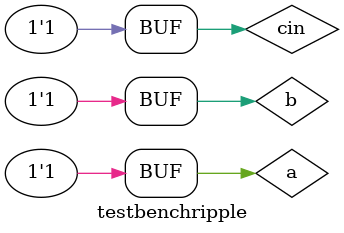
<source format=v>
`timescale 1ns / 1ps

module testbenchripple;

reg[0:0]a; 
reg[0:0]b;
reg[0:0]cin;
wire[0:0]cout;
wire[0:0]s;

    ripple DUT (.a(a), .b(b), .cin(cin), .cout(cout), .s(s));

initial
    begin
     a = 0; b = 0; cin = 0;
	#10 a = 1;
	#10 b = 1; a = 0;
	#10 a = 1;
	#10 cin = 1; a = 0; b = 0;
	#10 a = 1;
	#10 b = 1; a = 0;
	#10 a = 1;
	#10;
    end
   
endmodule

</source>
